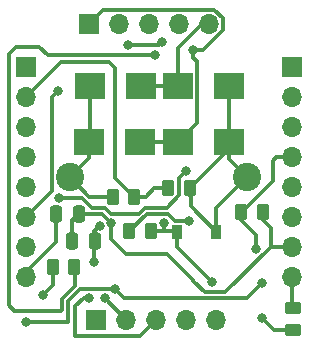
<source format=gtl>
G04 #@! TF.GenerationSoftware,KiCad,Pcbnew,(6.0.11)*
G04 #@! TF.CreationDate,2025-06-06T09:56:58+01:00*
G04 #@! TF.ProjectId,PCB_Dongle_Linky,5043425f-446f-46e6-976c-655f4c696e6b,rev?*
G04 #@! TF.SameCoordinates,Original*
G04 #@! TF.FileFunction,Copper,L1,Top*
G04 #@! TF.FilePolarity,Positive*
%FSLAX46Y46*%
G04 Gerber Fmt 4.6, Leading zero omitted, Abs format (unit mm)*
G04 Created by KiCad (PCBNEW (6.0.11)) date 2025-06-06 09:56:58*
%MOMM*%
%LPD*%
G01*
G04 APERTURE LIST*
G04 Aperture macros list*
%AMRoundRect*
0 Rectangle with rounded corners*
0 $1 Rounding radius*
0 $2 $3 $4 $5 $6 $7 $8 $9 X,Y pos of 4 corners*
0 Add a 4 corners polygon primitive as box body*
4,1,4,$2,$3,$4,$5,$6,$7,$8,$9,$2,$3,0*
0 Add four circle primitives for the rounded corners*
1,1,$1+$1,$2,$3*
1,1,$1+$1,$4,$5*
1,1,$1+$1,$6,$7*
1,1,$1+$1,$8,$9*
0 Add four rect primitives between the rounded corners*
20,1,$1+$1,$2,$3,$4,$5,0*
20,1,$1+$1,$4,$5,$6,$7,0*
20,1,$1+$1,$6,$7,$8,$9,0*
20,1,$1+$1,$8,$9,$2,$3,0*%
G04 Aperture macros list end*
G04 #@! TA.AperFunction,SMDPad,CuDef*
%ADD10RoundRect,0.250000X0.262500X0.450000X-0.262500X0.450000X-0.262500X-0.450000X0.262500X-0.450000X0*%
G04 #@! TD*
G04 #@! TA.AperFunction,SMDPad,CuDef*
%ADD11RoundRect,0.250000X0.250000X0.475000X-0.250000X0.475000X-0.250000X-0.475000X0.250000X-0.475000X0*%
G04 #@! TD*
G04 #@! TA.AperFunction,SMDPad,CuDef*
%ADD12R,2.500000X2.300000*%
G04 #@! TD*
G04 #@! TA.AperFunction,ComponentPad*
%ADD13R,1.700000X1.700000*%
G04 #@! TD*
G04 #@! TA.AperFunction,ComponentPad*
%ADD14O,1.700000X1.700000*%
G04 #@! TD*
G04 #@! TA.AperFunction,SMDPad,CuDef*
%ADD15RoundRect,0.250000X-0.262500X-0.450000X0.262500X-0.450000X0.262500X0.450000X-0.262500X0.450000X0*%
G04 #@! TD*
G04 #@! TA.AperFunction,SMDPad,CuDef*
%ADD16RoundRect,0.250000X-0.250000X-0.475000X0.250000X-0.475000X0.250000X0.475000X-0.250000X0.475000X0*%
G04 #@! TD*
G04 #@! TA.AperFunction,ComponentPad*
%ADD17C,2.400000*%
G04 #@! TD*
G04 #@! TA.AperFunction,SMDPad,CuDef*
%ADD18R,0.900000X1.200000*%
G04 #@! TD*
G04 #@! TA.AperFunction,SMDPad,CuDef*
%ADD19RoundRect,0.250000X-0.450000X0.262500X-0.450000X-0.262500X0.450000X-0.262500X0.450000X0.262500X0*%
G04 #@! TD*
G04 #@! TA.AperFunction,ViaPad*
%ADD20C,0.800000*%
G04 #@! TD*
G04 #@! TA.AperFunction,Conductor*
%ADD21C,0.300000*%
G04 #@! TD*
G04 APERTURE END LIST*
D10*
G04 #@! TO.P,R4,1*
G04 #@! TO.N,Net-(R4-Pad1)*
X29162500Y-119000000D03*
G04 #@! TO.P,R4,2*
G04 #@! TO.N,VCC*
X27337500Y-119000000D03*
G04 #@! TD*
D11*
G04 #@! TO.P,C2b0,1*
G04 #@! TO.N,VCC*
X25800000Y-122800000D03*
G04 #@! TO.P,C2b0,2*
G04 #@! TO.N,GND1*
X23900000Y-122800000D03*
G04 #@! TD*
D12*
G04 #@! TO.P,D4,1,K*
G04 #@! TO.N,I1*
X32850000Y-114350000D03*
G04 #@! TO.P,D4,2,A*
G04 #@! TO.N,GND*
X37150000Y-114350000D03*
G04 #@! TD*
G04 #@! TO.P,D1,1,K*
G04 #@! TO.N,VCC*
X25400000Y-109650000D03*
G04 #@! TO.P,D1,2,A*
G04 #@! TO.N,A*
X29700000Y-109650000D03*
G04 #@! TD*
D13*
G04 #@! TO.P,J0,1,Pin_1*
G04 #@! TO.N,I1*
X25275000Y-104400000D03*
D14*
G04 #@! TO.P,J0,2,Pin_2*
G04 #@! TO.N,unconnected-(J0-Pad2)*
X27815000Y-104400000D03*
G04 #@! TO.P,J0,3,Pin_3*
G04 #@! TO.N,I2*
X30355000Y-104400000D03*
G04 #@! TO.P,J0,4,Pin_4*
G04 #@! TO.N,unconnected-(J0-Pad4)*
X32895000Y-104400000D03*
G04 #@! TO.P,J0,5,Pin_5*
G04 #@! TO.N,A*
X35435000Y-104400000D03*
G04 #@! TD*
D13*
G04 #@! TO.P,J2,1,Pin_1*
G04 #@! TO.N,unconnected-(J2-Pad1)*
X42520000Y-108000000D03*
D14*
G04 #@! TO.P,J2,2,Pin_2*
G04 #@! TO.N,Net-(Q1-Pad3)*
X42520000Y-110540000D03*
G04 #@! TO.P,J2,3,Pin_3*
G04 #@! TO.N,unconnected-(J2-Pad3)*
X42520000Y-113080000D03*
G04 #@! TO.P,J2,4,Pin_4*
G04 #@! TO.N,Net-(R7-Pad1)*
X42520000Y-115620000D03*
G04 #@! TO.P,J2,5,Pin_5*
G04 #@! TO.N,unconnected-(J2-Pad5)*
X42520000Y-118160000D03*
G04 #@! TO.P,J2,6,Pin_6*
G04 #@! TO.N,unconnected-(J2-Pad6)*
X42520000Y-120700000D03*
G04 #@! TO.P,J2,7,Pin_7*
G04 #@! TO.N,GND1*
X42520000Y-123240000D03*
G04 #@! TO.P,J2,8,Pin_8*
G04 #@! TO.N,Net-(R8-Pad1)*
X42520000Y-125780000D03*
G04 #@! TD*
D13*
G04 #@! TO.P,J1,1,Pin_1*
G04 #@! TO.N,Net-(J1-Pad1)*
X20000000Y-108000000D03*
D14*
G04 #@! TO.P,J1,2,Pin_2*
G04 #@! TO.N,Net-(R4-Pad1)*
X20000000Y-110540000D03*
G04 #@! TO.P,J1,3,Pin_3*
G04 #@! TO.N,Net-(J1-Pad1)*
X20000000Y-113080000D03*
G04 #@! TO.P,J1,4,Pin_4*
G04 #@! TO.N,unconnected-(J1-Pad4)*
X20000000Y-115620000D03*
G04 #@! TO.P,J1,5,Pin_5*
G04 #@! TO.N,Net-(R10-Pad1)*
X20000000Y-118160000D03*
G04 #@! TO.P,J1,6,Pin_6*
G04 #@! TO.N,Net-(Q1-Pad3)*
X20000000Y-120700000D03*
G04 #@! TO.P,J1,7,Pin_7*
G04 #@! TO.N,unconnected-(J1-Pad7)*
X20000000Y-123240000D03*
G04 #@! TO.P,J1,8,Pin_8*
G04 #@! TO.N,+3.3V*
X20000000Y-125780000D03*
G04 #@! TD*
D13*
G04 #@! TO.P,J4,1,Pin_1*
G04 #@! TO.N,Net-(J4-Pad1)*
X25925000Y-129450000D03*
D14*
G04 #@! TO.P,J4,2,Pin_2*
G04 #@! TO.N,VCC*
X28465000Y-129450000D03*
G04 #@! TO.P,J4,3,Pin_3*
G04 #@! TO.N,GND*
X31005000Y-129450000D03*
G04 #@! TO.P,J4,4,Pin_4*
G04 #@! TO.N,Net-(DZ1-Pad1)*
X33545000Y-129450000D03*
G04 #@! TO.P,J4,5,Pin_5*
G04 #@! TO.N,Net-(J4-Pad5)*
X36085000Y-129450000D03*
G04 #@! TD*
D15*
G04 #@! TO.P,R10,1*
G04 #@! TO.N,Net-(R10-Pad1)*
X22237500Y-125000000D03*
G04 #@! TO.P,R10,2*
G04 #@! TO.N,Net-(Q3-Pad1)*
X24062500Y-125000000D03*
G04 #@! TD*
D16*
G04 #@! TO.P,C2b1,1*
G04 #@! TO.N,+3.3V*
X22550000Y-120450000D03*
G04 #@! TO.P,C2b1,2*
G04 #@! TO.N,GND1*
X24450000Y-120450000D03*
G04 #@! TD*
D12*
G04 #@! TO.P,D3,1,K*
G04 #@! TO.N,VCC*
X25350000Y-114350000D03*
G04 #@! TO.P,D3,2,A*
G04 #@! TO.N,I1*
X29650000Y-114350000D03*
G04 #@! TD*
D10*
G04 #@! TO.P,R5,1*
G04 #@! TO.N,GND*
X33862500Y-118250000D03*
G04 #@! TO.P,R5,2*
G04 #@! TO.N,Net-(R4-Pad1)*
X32037500Y-118250000D03*
G04 #@! TD*
D17*
G04 #@! TO.P,C1,1*
G04 #@! TO.N,VCC*
X23700000Y-117350000D03*
G04 #@! TO.P,C1,2*
G04 #@! TO.N,GND*
X38700000Y-117350000D03*
G04 #@! TD*
D15*
G04 #@! TO.P,R7,1*
G04 #@! TO.N,Net-(R7-Pad1)*
X38187500Y-120300000D03*
G04 #@! TO.P,R7,2*
G04 #@! TO.N,GND1*
X40012500Y-120300000D03*
G04 #@! TD*
D10*
G04 #@! TO.P,R6,1*
G04 #@! TO.N,Net-(DZ1-Pad1)*
X30562500Y-121950000D03*
G04 #@! TO.P,R6,2*
G04 #@! TO.N,Net-(J4-Pad5)*
X28737500Y-121950000D03*
G04 #@! TD*
D18*
G04 #@! TO.P,DZ1,1,K*
G04 #@! TO.N,Net-(DZ1-Pad1)*
X32800000Y-122000000D03*
G04 #@! TO.P,DZ1,2,A*
G04 #@! TO.N,GND*
X36100000Y-122000000D03*
G04 #@! TD*
D19*
G04 #@! TO.P,R8,1*
G04 #@! TO.N,Net-(R8-Pad1)*
X42550000Y-128437500D03*
G04 #@! TO.P,R8,2*
G04 #@! TO.N,Net-(R7-Pad1)*
X42550000Y-130262500D03*
G04 #@! TD*
D12*
G04 #@! TO.P,D2,1,K*
G04 #@! TO.N,A*
X32850000Y-109650000D03*
G04 #@! TO.P,D2,2,A*
G04 #@! TO.N,GND*
X37150000Y-109650000D03*
G04 #@! TD*
D20*
G04 #@! TO.N,VCC*
X26200000Y-121500000D03*
X25750000Y-124550000D03*
X26632500Y-127617500D03*
G04 #@! TO.N,GND*
X25300000Y-127550000D03*
G04 #@! TO.N,I1*
X31500000Y-105900000D03*
X28600000Y-106200000D03*
X34125000Y-106575000D03*
G04 #@! TO.N,Net-(DZ1-Pad1)*
X31700000Y-121200000D03*
X35750000Y-126250000D03*
G04 #@! TO.N,+3.3V*
X27500000Y-126800000D03*
X20000000Y-129600000D03*
X40000000Y-126300000D03*
G04 #@! TO.N,GND1*
X27158888Y-121217974D03*
G04 #@! TO.N,Net-(J4-Pad5)*
X33764068Y-121091559D03*
G04 #@! TO.N,Net-(Q3-Pad1)*
X30900000Y-107050000D03*
G04 #@! TO.N,Net-(R10-Pad1)*
X21400000Y-127350000D03*
G04 #@! TO.N,Net-(Q1-Pad3)*
X22700000Y-110050000D03*
G04 #@! TO.N,Net-(R7-Pad1)*
X39470023Y-123420023D03*
X40000000Y-129250000D03*
G04 #@! TO.N,Net-(R9-Pad2)*
X33500000Y-116850000D03*
X22800000Y-119100000D03*
G04 #@! TD*
D21*
G04 #@! TO.N,VCC*
X25400000Y-114300000D02*
X25350000Y-114350000D01*
X23700000Y-117350000D02*
X25350000Y-119000000D01*
X25350000Y-115700000D02*
X23700000Y-117350000D01*
X25750000Y-121950000D02*
X26200000Y-121500000D01*
X25350000Y-119000000D02*
X27337500Y-119000000D01*
X25750000Y-124550000D02*
X25750000Y-123000000D01*
X26632500Y-127617500D02*
X28465000Y-129450000D01*
X25350000Y-114350000D02*
X25350000Y-115700000D01*
X25750000Y-123000000D02*
X25750000Y-121950000D01*
X25400000Y-109650000D02*
X25400000Y-114300000D01*
G04 #@! TO.N,GND*
X38700000Y-117350000D02*
X37150000Y-115800000D01*
X24150000Y-128250000D02*
X24150000Y-130800000D01*
X36100000Y-122000000D02*
X36100000Y-119950000D01*
X33912500Y-119000000D02*
X33912500Y-119812500D01*
X37150000Y-114962500D02*
X33862500Y-118250000D01*
X24850000Y-127550000D02*
X24150000Y-128250000D01*
X37150000Y-115800000D02*
X37150000Y-114350000D01*
X36100000Y-119950000D02*
X38700000Y-117350000D01*
X37150000Y-114350000D02*
X37150000Y-114962500D01*
X24150000Y-130800000D02*
X29655000Y-130800000D01*
X33862500Y-118950000D02*
X33912500Y-119000000D01*
X37150000Y-109650000D02*
X37150000Y-114350000D01*
X33912500Y-119812500D02*
X36100000Y-122000000D01*
X33862500Y-118250000D02*
X33862500Y-118950000D01*
X29655000Y-130800000D02*
X31005000Y-129450000D01*
X25300000Y-127550000D02*
X24850000Y-127550000D01*
G04 #@! TO.N,A*
X35435000Y-104400000D02*
X34900000Y-104400000D01*
X29700000Y-109650000D02*
X32850000Y-109650000D01*
X34900000Y-104400000D02*
X32850000Y-106450000D01*
X32850000Y-106450000D02*
X32850000Y-109650000D01*
G04 #@! TO.N,I1*
X34957057Y-106575000D02*
X36635000Y-104897057D01*
X36635000Y-104897057D02*
X36635000Y-103902943D01*
X31200000Y-106200000D02*
X28600000Y-106200000D01*
X35932057Y-103200000D02*
X26475000Y-103200000D01*
X26475000Y-103200000D02*
X25275000Y-104400000D01*
X32850000Y-114350000D02*
X29650000Y-114350000D01*
X34450000Y-112750000D02*
X32850000Y-114350000D01*
X34450000Y-107550000D02*
X34450000Y-112750000D01*
X36635000Y-103902943D02*
X35932057Y-103200000D01*
X31500000Y-105900000D02*
X31200000Y-106200000D01*
X34125000Y-106575000D02*
X34125000Y-107225000D01*
X34125000Y-106575000D02*
X34957057Y-106575000D01*
X34125000Y-107225000D02*
X34450000Y-107550000D01*
G04 #@! TO.N,Net-(DZ1-Pad1)*
X35750000Y-126250000D02*
X32800000Y-123300000D01*
X32800000Y-123300000D02*
X32800000Y-122000000D01*
X31700000Y-121950000D02*
X32750000Y-121950000D01*
X32750000Y-121950000D02*
X32800000Y-122000000D01*
X31700000Y-121200000D02*
X31700000Y-121950000D01*
X30562500Y-121950000D02*
X31700000Y-121950000D01*
G04 #@! TO.N,+3.3V*
X20070000Y-125850000D02*
X20000000Y-125780000D01*
X23500000Y-129600000D02*
X23500000Y-127850000D01*
X38700000Y-127600000D02*
X28300000Y-127600000D01*
X20000000Y-129600000D02*
X23500000Y-129600000D01*
X24550000Y-126800000D02*
X27500000Y-126800000D01*
X20000000Y-125389339D02*
X20000000Y-125780000D01*
X22550000Y-122839339D02*
X20000000Y-125389339D01*
X40000000Y-126300000D02*
X38700000Y-127600000D01*
X28300000Y-127600000D02*
X27500000Y-126800000D01*
X23500000Y-127850000D02*
X24550000Y-126800000D01*
X22550000Y-120450000D02*
X22550000Y-122839339D01*
G04 #@! TO.N,GND1*
X36850000Y-127100000D02*
X35100000Y-127100000D01*
X40710000Y-123240000D02*
X42540000Y-123240000D01*
X27158888Y-121217974D02*
X26390914Y-120450000D01*
X40710000Y-123240000D02*
X36850000Y-127100000D01*
X27158888Y-122558888D02*
X27158888Y-121217974D01*
X35100000Y-127100000D02*
X34150000Y-126150000D01*
X23900000Y-121000000D02*
X24450000Y-120450000D01*
X28450000Y-123850000D02*
X27158888Y-122558888D01*
X34150000Y-126150000D02*
X34150000Y-126100000D01*
X31900000Y-123850000D02*
X28450000Y-123850000D01*
X23900000Y-122800000D02*
X23900000Y-121000000D01*
X40012500Y-120962500D02*
X40710000Y-121660000D01*
X34150000Y-126100000D02*
X31900000Y-123850000D01*
X40710000Y-121660000D02*
X40710000Y-123240000D01*
X40012500Y-120300000D02*
X40012500Y-120962500D01*
X26390914Y-120450000D02*
X24450000Y-120450000D01*
G04 #@! TO.N,Net-(J4-Pad5)*
X33764068Y-121091559D02*
X33722509Y-121050000D01*
X33722509Y-121050000D02*
X32610661Y-121050000D01*
X32010661Y-120450000D02*
X30237500Y-120450000D01*
X32610661Y-121050000D02*
X32010661Y-120450000D01*
X30237500Y-120450000D02*
X28737500Y-121950000D01*
G04 #@! TO.N,Net-(Q3-Pad1)*
X30900000Y-107050000D02*
X21800000Y-107050000D01*
X23000000Y-128600000D02*
X23000000Y-127642894D01*
X18550000Y-128200000D02*
X19000000Y-128650000D01*
X24112500Y-126530394D02*
X24112500Y-124900000D01*
X19150000Y-106350000D02*
X18550000Y-106950000D01*
X23000000Y-127642894D02*
X24112500Y-126530394D01*
X21100000Y-106350000D02*
X19150000Y-106350000D01*
X19000000Y-128650000D02*
X22950000Y-128650000D01*
X21800000Y-107050000D02*
X21100000Y-106350000D01*
X22950000Y-128650000D02*
X23000000Y-128600000D01*
X18550000Y-106950000D02*
X18550000Y-128200000D01*
G04 #@! TO.N,Net-(R4-Pad1)*
X27000000Y-107600000D02*
X22940000Y-107600000D01*
X22940000Y-107600000D02*
X20000000Y-110540000D01*
X27550000Y-117387500D02*
X27550000Y-108150000D01*
X30850000Y-118250000D02*
X30100000Y-119000000D01*
X29162500Y-119000000D02*
X27550000Y-117387500D01*
X27550000Y-108150000D02*
X27000000Y-107600000D01*
X32037500Y-118250000D02*
X30850000Y-118250000D01*
X30100000Y-119000000D02*
X29162500Y-119000000D01*
G04 #@! TO.N,Net-(R10-Pad1)*
X22287500Y-124900000D02*
X22287500Y-126462500D01*
X22287500Y-126462500D02*
X21400000Y-127350000D01*
G04 #@! TO.N,Net-(Q1-Pad3)*
X22150000Y-118550000D02*
X22150000Y-110600000D01*
X20000000Y-120700000D02*
X22150000Y-118550000D01*
X22150000Y-110600000D02*
X22700000Y-110050000D01*
G04 #@! TO.N,Net-(R7-Pad1)*
X38187500Y-120950000D02*
X39470023Y-122232523D01*
X41180000Y-115620000D02*
X42520000Y-115620000D01*
X42550000Y-130262500D02*
X41012500Y-130262500D01*
X38187500Y-120300000D02*
X38250000Y-120300000D01*
X40850000Y-115950000D02*
X41180000Y-115620000D01*
X38187500Y-120300000D02*
X38187500Y-120950000D01*
X38250000Y-120300000D02*
X40850000Y-117700000D01*
X40850000Y-117700000D02*
X40850000Y-115950000D01*
X41012500Y-130262500D02*
X40000000Y-129250000D01*
X39470023Y-123420023D02*
X39470023Y-122232523D01*
G04 #@! TO.N,Net-(R8-Pad1)*
X42520000Y-125780000D02*
X42520000Y-128407500D01*
X42520000Y-128407500D02*
X42550000Y-128437500D01*
G04 #@! TO.N,Net-(R9-Pad2)*
X27200000Y-120450000D02*
X29530394Y-120450000D01*
X30030394Y-119950000D02*
X31898528Y-119950000D01*
X22800000Y-119100000D02*
X24742894Y-119100000D01*
X24742894Y-119100000D02*
X25592894Y-119950000D01*
X32950000Y-117400000D02*
X33500000Y-116850000D01*
X31898528Y-119950000D02*
X32950000Y-118898528D01*
X26700000Y-119950000D02*
X27200000Y-120450000D01*
X32950000Y-118898528D02*
X32950000Y-117400000D01*
X25592894Y-119950000D02*
X26700000Y-119950000D01*
X29530394Y-120450000D02*
X30030394Y-119950000D01*
G04 #@! TO.N,unconnected-(J2-Pad5)*
X42510000Y-118150000D02*
X42520000Y-118160000D01*
G04 #@! TD*
M02*

</source>
